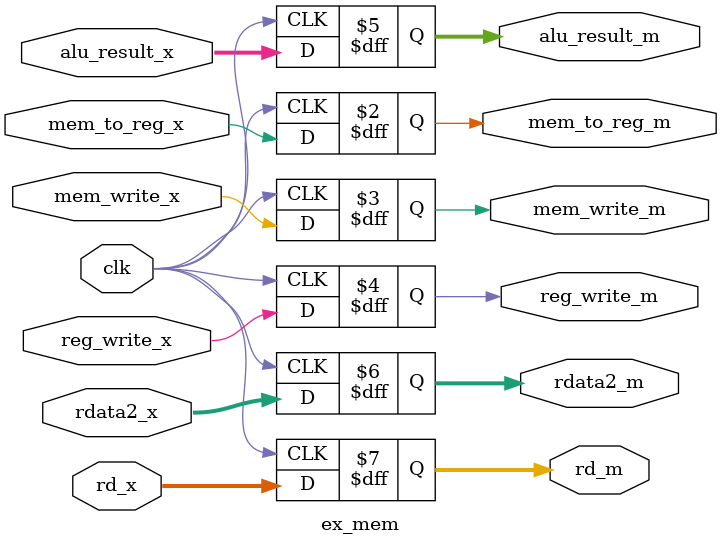
<source format=v>
module ex_mem(
    input clk,
    input mem_to_reg_x, mem_write_x, reg_write_x,
    input [15:0] alu_result_x, rdata2_x,
    input [2:0] rd_x,

    output reg mem_to_reg_m, mem_write_m, reg_write_m,
    output reg [15:0] alu_result_m, rdata2_m,
    output reg [2:0] rd_m
);
    always @(posedge clk) begin
        // Control Signals
        mem_to_reg_m <= mem_to_reg_x;
        mem_write_m <= mem_write_x;
        reg_write_m <= reg_write_x;

        // Data Signals
        alu_result_m <= alu_result_x;
        rdata2_m <= rdata2_x;

        // Destination Register
        rd_m <= rd_x;
    end
endmodule
</source>
